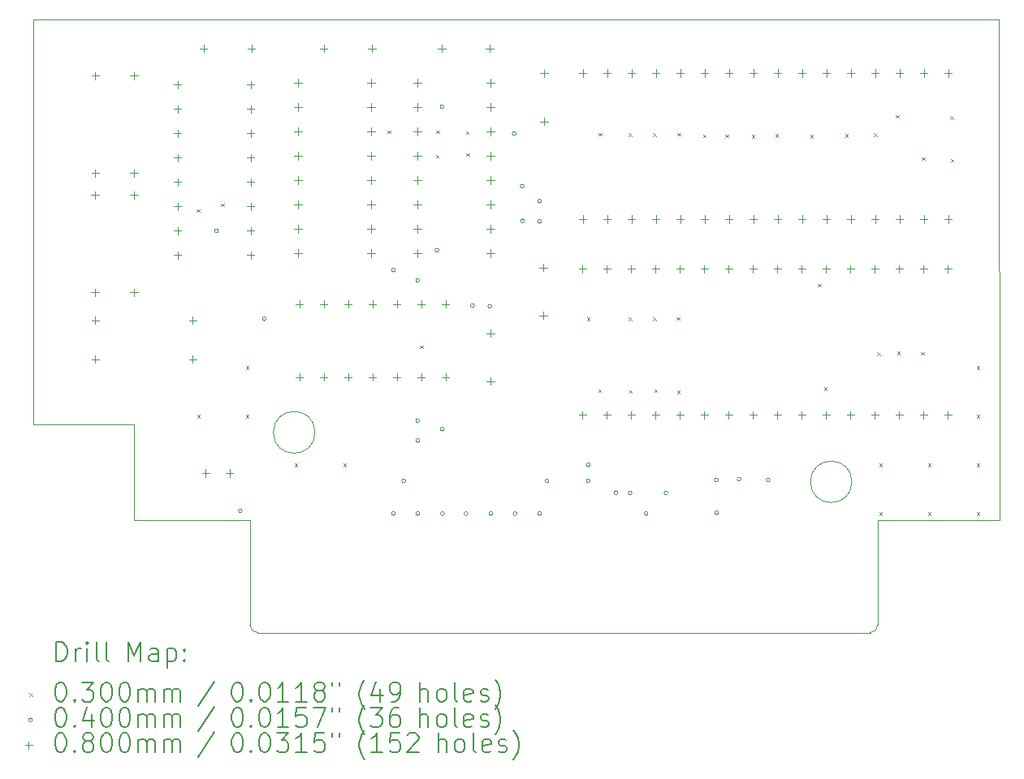
<source format=gbr>
%TF.GenerationSoftware,KiCad,Pcbnew,(7.0.0)*%
%TF.CreationDate,2023-03-31T15:07:01+09:00*%
%TF.ProjectId,project3,70726f6a-6563-4743-932e-6b696361645f,rev?*%
%TF.SameCoordinates,Original*%
%TF.FileFunction,Drillmap*%
%TF.FilePolarity,Positive*%
%FSLAX45Y45*%
G04 Gerber Fmt 4.5, Leading zero omitted, Abs format (unit mm)*
G04 Created by KiCad (PCBNEW (7.0.0)) date 2023-03-31 15:07:01*
%MOMM*%
%LPD*%
G01*
G04 APERTURE LIST*
%ADD10C,0.100000*%
%ADD11C,0.200000*%
%ADD12C,0.030000*%
%ADD13C,0.040000*%
%ADD14C,0.080000*%
G04 APERTURE END LIST*
D10*
X9993847Y-11753266D02*
X11204471Y-11752841D01*
X11204471Y-11752841D02*
X11205321Y-12847243D01*
X11205322Y-12847243D02*
G75*
G03*
X11285366Y-12927099I80468J613D01*
G01*
X11883476Y-10836233D02*
G75*
G03*
X11883476Y-10836233I-217619J0D01*
G01*
X17480707Y-11352404D02*
G75*
G03*
X17480707Y-11352404I-215965J0D01*
G01*
X11285366Y-12927099D02*
X17671660Y-12925943D01*
X8941780Y-6524402D02*
X8942576Y-10753414D01*
X8942576Y-10753414D02*
X9992997Y-10752776D01*
X17749295Y-12846606D02*
X17748448Y-11754753D01*
X19016546Y-6532609D02*
X8941780Y-6524402D01*
X17671660Y-12925947D02*
G75*
G03*
X17749295Y-12846606I-1720J79337D01*
G01*
X19017704Y-11754275D02*
X19016546Y-6532609D01*
X9992997Y-10752776D02*
X9993847Y-11753266D01*
X17748448Y-11754753D02*
X19017704Y-11754275D01*
D11*
D12*
X10649232Y-8506072D02*
X10679232Y-8536072D01*
X10679232Y-8506072D02*
X10649232Y-8536072D01*
X10653000Y-10653000D02*
X10683000Y-10683000D01*
X10683000Y-10653000D02*
X10653000Y-10683000D01*
X10901697Y-8447108D02*
X10931697Y-8477108D01*
X10931697Y-8447108D02*
X10901697Y-8477108D01*
X11161000Y-10145000D02*
X11191000Y-10175000D01*
X11191000Y-10145000D02*
X11161000Y-10175000D01*
X11161000Y-10653000D02*
X11191000Y-10683000D01*
X11191000Y-10653000D02*
X11161000Y-10683000D01*
X11669000Y-11161000D02*
X11699000Y-11191000D01*
X11699000Y-11161000D02*
X11669000Y-11191000D01*
X12177000Y-11161000D02*
X12207000Y-11191000D01*
X12207000Y-11161000D02*
X12177000Y-11191000D01*
X12637131Y-7687201D02*
X12667131Y-7717201D01*
X12667131Y-7687201D02*
X12637131Y-7717201D01*
X12976786Y-9930914D02*
X13006786Y-9960914D01*
X13006786Y-9930914D02*
X12976786Y-9960914D01*
X13143316Y-7938968D02*
X13173316Y-7968968D01*
X13173316Y-7938968D02*
X13143316Y-7968968D01*
X13148969Y-7686503D02*
X13178969Y-7716503D01*
X13178969Y-7686503D02*
X13148969Y-7716503D01*
X13454187Y-7695924D02*
X13484187Y-7725924D01*
X13484187Y-7695924D02*
X13454187Y-7725924D01*
X13461724Y-7923896D02*
X13491724Y-7953896D01*
X13491724Y-7923896D02*
X13461724Y-7953896D01*
X14717000Y-9637000D02*
X14747000Y-9667000D01*
X14747000Y-9637000D02*
X14717000Y-9667000D01*
X14834998Y-10385463D02*
X14864998Y-10415463D01*
X14864998Y-10385463D02*
X14834998Y-10415463D01*
X14840685Y-7711694D02*
X14870685Y-7741694D01*
X14870685Y-7711694D02*
X14840685Y-7741694D01*
X15152149Y-9637000D02*
X15182149Y-9667000D01*
X15182149Y-9637000D02*
X15152149Y-9667000D01*
X15154382Y-7717346D02*
X15184382Y-7747346D01*
X15184382Y-7717346D02*
X15154382Y-7747346D01*
X15157174Y-10396767D02*
X15187174Y-10426767D01*
X15187174Y-10396767D02*
X15157174Y-10426767D01*
X15407056Y-9636302D02*
X15437056Y-9666302D01*
X15437056Y-9636302D02*
X15407056Y-9666302D01*
X15408731Y-7714520D02*
X15438731Y-7744520D01*
X15438731Y-7714520D02*
X15408731Y-7744520D01*
X15419059Y-10385463D02*
X15449059Y-10415463D01*
X15449059Y-10385463D02*
X15419059Y-10415463D01*
X15651985Y-9634418D02*
X15681985Y-9664418D01*
X15681985Y-9634418D02*
X15651985Y-9664418D01*
X15658335Y-10398651D02*
X15688335Y-10428651D01*
X15688335Y-10398651D02*
X15658335Y-10428651D01*
X15659539Y-7712427D02*
X15689539Y-7742427D01*
X15689539Y-7712427D02*
X15659539Y-7742427D01*
X15926605Y-7729383D02*
X15956605Y-7759383D01*
X15956605Y-7729383D02*
X15926605Y-7759383D01*
X16159758Y-7729383D02*
X16189758Y-7759383D01*
X16189758Y-7729383D02*
X16159758Y-7759383D01*
X16435303Y-7733622D02*
X16465303Y-7763622D01*
X16465303Y-7733622D02*
X16435303Y-7763622D01*
X16681174Y-7725144D02*
X16711174Y-7755144D01*
X16711174Y-7725144D02*
X16681174Y-7755144D01*
X17045740Y-7733622D02*
X17075740Y-7763622D01*
X17075740Y-7733622D02*
X17045740Y-7763622D01*
X17127209Y-9287750D02*
X17157209Y-9317750D01*
X17157209Y-9287750D02*
X17127209Y-9317750D01*
X17189174Y-10364738D02*
X17219174Y-10394738D01*
X17219174Y-10364738D02*
X17189174Y-10394738D01*
X17410307Y-7725144D02*
X17440307Y-7755144D01*
X17440307Y-7725144D02*
X17410307Y-7755144D01*
X17711287Y-7716666D02*
X17741287Y-7746666D01*
X17741287Y-7716666D02*
X17711287Y-7746666D01*
X17744275Y-10003695D02*
X17774275Y-10033695D01*
X17774275Y-10003695D02*
X17744275Y-10033695D01*
X17765000Y-11161000D02*
X17795000Y-11191000D01*
X17795000Y-11161000D02*
X17765000Y-11191000D01*
X17765000Y-11669000D02*
X17795000Y-11699000D01*
X17795000Y-11669000D02*
X17765000Y-11699000D01*
X17940201Y-7525904D02*
X17970201Y-7555904D01*
X17970201Y-7525904D02*
X17940201Y-7555904D01*
X17951523Y-9994275D02*
X17981523Y-10024275D01*
X17981523Y-9994275D02*
X17951523Y-10024275D01*
X18202103Y-9996159D02*
X18232103Y-10026159D01*
X18232103Y-9996159D02*
X18202103Y-10026159D01*
X18209413Y-7964630D02*
X18239413Y-7994630D01*
X18239413Y-7964630D02*
X18209413Y-7994630D01*
X18273000Y-11161000D02*
X18303000Y-11191000D01*
X18303000Y-11161000D02*
X18273000Y-11191000D01*
X18273000Y-11669000D02*
X18303000Y-11699000D01*
X18303000Y-11669000D02*
X18273000Y-11699000D01*
X18504740Y-7539302D02*
X18534740Y-7569302D01*
X18534740Y-7539302D02*
X18504740Y-7569302D01*
X18510392Y-7982999D02*
X18540392Y-8012999D01*
X18540392Y-7982999D02*
X18510392Y-8012999D01*
X18781000Y-10145000D02*
X18811000Y-10175000D01*
X18811000Y-10145000D02*
X18781000Y-10175000D01*
X18781000Y-10653000D02*
X18811000Y-10683000D01*
X18811000Y-10653000D02*
X18781000Y-10683000D01*
X18781000Y-11161000D02*
X18811000Y-11191000D01*
X18811000Y-11161000D02*
X18781000Y-11191000D01*
X18781000Y-11669000D02*
X18811000Y-11699000D01*
X18811000Y-11669000D02*
X18781000Y-11699000D01*
D13*
X10875290Y-8733256D02*
G75*
G03*
X10875290Y-8733256I-20000J0D01*
G01*
X11124054Y-11653316D02*
G75*
G03*
X11124054Y-11653316I-20000J0D01*
G01*
X11372703Y-9652000D02*
G75*
G03*
X11372703Y-9652000I-20000J0D01*
G01*
X12720000Y-9144000D02*
G75*
G03*
X12720000Y-9144000I-20000J0D01*
G01*
X12720000Y-11684000D02*
G75*
G03*
X12720000Y-11684000I-20000J0D01*
G01*
X12827393Y-11342370D02*
G75*
G03*
X12827393Y-11342370I-20000J0D01*
G01*
X12974000Y-9250216D02*
G75*
G03*
X12974000Y-9250216I-20000J0D01*
G01*
X12974000Y-10714252D02*
G75*
G03*
X12974000Y-10714252I-20000J0D01*
G01*
X12974000Y-10922000D02*
G75*
G03*
X12974000Y-10922000I-20000J0D01*
G01*
X12974000Y-11684000D02*
G75*
G03*
X12974000Y-11684000I-20000J0D01*
G01*
X13173795Y-8934946D02*
G75*
G03*
X13173795Y-8934946I-20000J0D01*
G01*
X13228000Y-7439221D02*
G75*
G03*
X13228000Y-7439221I-20000J0D01*
G01*
X13228000Y-10803531D02*
G75*
G03*
X13228000Y-10803531I-20000J0D01*
G01*
X13232614Y-11684000D02*
G75*
G03*
X13232614Y-11684000I-20000J0D01*
G01*
X13476890Y-11684000D02*
G75*
G03*
X13476890Y-11684000I-20000J0D01*
G01*
X13544463Y-9513301D02*
G75*
G03*
X13544463Y-9513301I-20000J0D01*
G01*
X13725237Y-9520884D02*
G75*
G03*
X13725237Y-9520884I-20000J0D01*
G01*
X13736000Y-11684000D02*
G75*
G03*
X13736000Y-11684000I-20000J0D01*
G01*
X13980109Y-7719185D02*
G75*
G03*
X13980109Y-7719185I-20000J0D01*
G01*
X13988396Y-11684000D02*
G75*
G03*
X13988396Y-11684000I-20000J0D01*
G01*
X14063471Y-8270538D02*
G75*
G03*
X14063471Y-8270538I-20000J0D01*
G01*
X14065672Y-8629395D02*
G75*
G03*
X14065672Y-8629395I-20000J0D01*
G01*
X14243044Y-11684000D02*
G75*
G03*
X14243044Y-11684000I-20000J0D01*
G01*
X14244000Y-8636000D02*
G75*
G03*
X14244000Y-8636000I-20000J0D01*
G01*
X14244978Y-8423670D02*
G75*
G03*
X14244978Y-8423670I-20000J0D01*
G01*
X14320937Y-11342370D02*
G75*
G03*
X14320937Y-11342370I-20000J0D01*
G01*
X14752000Y-11176000D02*
G75*
G03*
X14752000Y-11176000I-20000J0D01*
G01*
X14752000Y-11340931D02*
G75*
G03*
X14752000Y-11340931I-20000J0D01*
G01*
X15041286Y-11465286D02*
G75*
G03*
X15041286Y-11465286I-20000J0D01*
G01*
X15188470Y-11469410D02*
G75*
G03*
X15188470Y-11469410I-20000J0D01*
G01*
X15355722Y-11682742D02*
G75*
G03*
X15355722Y-11682742I-20000J0D01*
G01*
X15561626Y-11468723D02*
G75*
G03*
X15561626Y-11468723I-20000J0D01*
G01*
X16087016Y-11333431D02*
G75*
G03*
X16087016Y-11333431I-20000J0D01*
G01*
X16090512Y-11673483D02*
G75*
G03*
X16090512Y-11673483I-20000J0D01*
G01*
X16323399Y-11323570D02*
G75*
G03*
X16323399Y-11323570I-20000J0D01*
G01*
X16627494Y-11332506D02*
G75*
G03*
X16627494Y-11332506I-20000J0D01*
G01*
D14*
X9589538Y-8321376D02*
X9589538Y-8401376D01*
X9549538Y-8361376D02*
X9629538Y-8361376D01*
X9589538Y-9337376D02*
X9589538Y-9417376D01*
X9549538Y-9377376D02*
X9629538Y-9377376D01*
X9591300Y-7076598D02*
X9591300Y-7156598D01*
X9551300Y-7116598D02*
X9631300Y-7116598D01*
X9591300Y-8092598D02*
X9591300Y-8172598D01*
X9551300Y-8132598D02*
X9631300Y-8132598D01*
X9591730Y-9627086D02*
X9591730Y-9707086D01*
X9551730Y-9667086D02*
X9631730Y-9667086D01*
X9591730Y-10032086D02*
X9591730Y-10112086D01*
X9551730Y-10072086D02*
X9631730Y-10072086D01*
X9994538Y-8321376D02*
X9994538Y-8401376D01*
X9954538Y-8361376D02*
X10034538Y-8361376D01*
X9994538Y-9337376D02*
X9994538Y-9417376D01*
X9954538Y-9377376D02*
X10034538Y-9377376D01*
X9996300Y-7076598D02*
X9996300Y-7156598D01*
X9956300Y-7116598D02*
X10036300Y-7116598D01*
X9996300Y-8092598D02*
X9996300Y-8172598D01*
X9956300Y-8132598D02*
X10036300Y-8132598D01*
X10450372Y-7169256D02*
X10450372Y-7249256D01*
X10410372Y-7209256D02*
X10490372Y-7209256D01*
X10450372Y-7423256D02*
X10450372Y-7503256D01*
X10410372Y-7463256D02*
X10490372Y-7463256D01*
X10450372Y-7677256D02*
X10450372Y-7757256D01*
X10410372Y-7717256D02*
X10490372Y-7717256D01*
X10450372Y-7931256D02*
X10450372Y-8011256D01*
X10410372Y-7971256D02*
X10490372Y-7971256D01*
X10450372Y-8185256D02*
X10450372Y-8265256D01*
X10410372Y-8225256D02*
X10490372Y-8225256D01*
X10450372Y-8439256D02*
X10450372Y-8519256D01*
X10410372Y-8479256D02*
X10490372Y-8479256D01*
X10450372Y-8693256D02*
X10450372Y-8773256D01*
X10410372Y-8733256D02*
X10490372Y-8733256D01*
X10450372Y-8947256D02*
X10450372Y-9027256D01*
X10410372Y-8987256D02*
X10490372Y-8987256D01*
X10607730Y-9627086D02*
X10607730Y-9707086D01*
X10567730Y-9667086D02*
X10647730Y-9667086D01*
X10607730Y-10032086D02*
X10607730Y-10112086D01*
X10567730Y-10072086D02*
X10647730Y-10072086D01*
X10720816Y-6789256D02*
X10720816Y-6869256D01*
X10680816Y-6829256D02*
X10760816Y-6829256D01*
X10742504Y-11222237D02*
X10742504Y-11302237D01*
X10702504Y-11262237D02*
X10782504Y-11262237D01*
X10992504Y-11222237D02*
X10992504Y-11302237D01*
X10952504Y-11262237D02*
X11032504Y-11262237D01*
X11212372Y-7169256D02*
X11212372Y-7249256D01*
X11172372Y-7209256D02*
X11252372Y-7209256D01*
X11212372Y-7423256D02*
X11212372Y-7503256D01*
X11172372Y-7463256D02*
X11252372Y-7463256D01*
X11212372Y-7677256D02*
X11212372Y-7757256D01*
X11172372Y-7717256D02*
X11252372Y-7717256D01*
X11212372Y-7931256D02*
X11212372Y-8011256D01*
X11172372Y-7971256D02*
X11252372Y-7971256D01*
X11212372Y-8185256D02*
X11212372Y-8265256D01*
X11172372Y-8225256D02*
X11252372Y-8225256D01*
X11212372Y-8439256D02*
X11212372Y-8519256D01*
X11172372Y-8479256D02*
X11252372Y-8479256D01*
X11212372Y-8693256D02*
X11212372Y-8773256D01*
X11172372Y-8733256D02*
X11252372Y-8733256D01*
X11212372Y-8947256D02*
X11212372Y-9027256D01*
X11172372Y-8987256D02*
X11252372Y-8987256D01*
X11220816Y-6789256D02*
X11220816Y-6869256D01*
X11180816Y-6829256D02*
X11260816Y-6829256D01*
X11704870Y-7149957D02*
X11704870Y-7229957D01*
X11664870Y-7189957D02*
X11744870Y-7189957D01*
X11704870Y-7403957D02*
X11704870Y-7483957D01*
X11664870Y-7443957D02*
X11744870Y-7443957D01*
X11704870Y-7657957D02*
X11704870Y-7737957D01*
X11664870Y-7697957D02*
X11744870Y-7697957D01*
X11704870Y-7911957D02*
X11704870Y-7991957D01*
X11664870Y-7951957D02*
X11744870Y-7951957D01*
X11704870Y-8165957D02*
X11704870Y-8245957D01*
X11664870Y-8205957D02*
X11744870Y-8205957D01*
X11704870Y-8419957D02*
X11704870Y-8499957D01*
X11664870Y-8459957D02*
X11744870Y-8459957D01*
X11704870Y-8673957D02*
X11704870Y-8753957D01*
X11664870Y-8713957D02*
X11744870Y-8713957D01*
X11704870Y-8927957D02*
X11704870Y-9007957D01*
X11664870Y-8967957D02*
X11744870Y-8967957D01*
X11720372Y-9457256D02*
X11720372Y-9537256D01*
X11680372Y-9497256D02*
X11760372Y-9497256D01*
X11720372Y-10219256D02*
X11720372Y-10299256D01*
X11680372Y-10259256D02*
X11760372Y-10259256D01*
X11974372Y-6789256D02*
X11974372Y-6869256D01*
X11934372Y-6829256D02*
X12014372Y-6829256D01*
X11974372Y-9457256D02*
X11974372Y-9537256D01*
X11934372Y-9497256D02*
X12014372Y-9497256D01*
X11974372Y-10219256D02*
X11974372Y-10299256D01*
X11934372Y-10259256D02*
X12014372Y-10259256D01*
X12228372Y-9457256D02*
X12228372Y-9537256D01*
X12188372Y-9497256D02*
X12268372Y-9497256D01*
X12228372Y-10219256D02*
X12228372Y-10299256D01*
X12188372Y-10259256D02*
X12268372Y-10259256D01*
X12466870Y-7149957D02*
X12466870Y-7229957D01*
X12426870Y-7189957D02*
X12506870Y-7189957D01*
X12466870Y-7403957D02*
X12466870Y-7483957D01*
X12426870Y-7443957D02*
X12506870Y-7443957D01*
X12466870Y-7657957D02*
X12466870Y-7737957D01*
X12426870Y-7697957D02*
X12506870Y-7697957D01*
X12466870Y-7911957D02*
X12466870Y-7991957D01*
X12426870Y-7951957D02*
X12506870Y-7951957D01*
X12466870Y-8165957D02*
X12466870Y-8245957D01*
X12426870Y-8205957D02*
X12506870Y-8205957D01*
X12466870Y-8419957D02*
X12466870Y-8499957D01*
X12426870Y-8459957D02*
X12506870Y-8459957D01*
X12466870Y-8673957D02*
X12466870Y-8753957D01*
X12426870Y-8713957D02*
X12506870Y-8713957D01*
X12466870Y-8927957D02*
X12466870Y-9007957D01*
X12426870Y-8967957D02*
X12506870Y-8967957D01*
X12474372Y-6789256D02*
X12474372Y-6869256D01*
X12434372Y-6829256D02*
X12514372Y-6829256D01*
X12482372Y-9457256D02*
X12482372Y-9537256D01*
X12442372Y-9497256D02*
X12522372Y-9497256D01*
X12482372Y-10219256D02*
X12482372Y-10299256D01*
X12442372Y-10259256D02*
X12522372Y-10259256D01*
X12736372Y-9457256D02*
X12736372Y-9537256D01*
X12696372Y-9497256D02*
X12776372Y-9497256D01*
X12736372Y-10219256D02*
X12736372Y-10299256D01*
X12696372Y-10259256D02*
X12776372Y-10259256D01*
X12951016Y-7148245D02*
X12951016Y-7228245D01*
X12911016Y-7188245D02*
X12991016Y-7188245D01*
X12951016Y-7402245D02*
X12951016Y-7482245D01*
X12911016Y-7442245D02*
X12991016Y-7442245D01*
X12951016Y-7656245D02*
X12951016Y-7736245D01*
X12911016Y-7696245D02*
X12991016Y-7696245D01*
X12951016Y-7910245D02*
X12951016Y-7990245D01*
X12911016Y-7950245D02*
X12991016Y-7950245D01*
X12951016Y-8164245D02*
X12951016Y-8244245D01*
X12911016Y-8204245D02*
X12991016Y-8204245D01*
X12951016Y-8418245D02*
X12951016Y-8498245D01*
X12911016Y-8458245D02*
X12991016Y-8458245D01*
X12951016Y-8672245D02*
X12951016Y-8752245D01*
X12911016Y-8712245D02*
X12991016Y-8712245D01*
X12951016Y-8926245D02*
X12951016Y-9006245D01*
X12911016Y-8966245D02*
X12991016Y-8966245D01*
X12990372Y-9457256D02*
X12990372Y-9537256D01*
X12950372Y-9497256D02*
X13030372Y-9497256D01*
X12990372Y-10219256D02*
X12990372Y-10299256D01*
X12950372Y-10259256D02*
X13030372Y-10259256D01*
X13205016Y-6789256D02*
X13205016Y-6869256D01*
X13165016Y-6829256D02*
X13245016Y-6829256D01*
X13244372Y-9457256D02*
X13244372Y-9537256D01*
X13204372Y-9497256D02*
X13284372Y-9497256D01*
X13244372Y-10219256D02*
X13244372Y-10299256D01*
X13204372Y-10259256D02*
X13284372Y-10259256D01*
X13705016Y-6789256D02*
X13705016Y-6869256D01*
X13665016Y-6829256D02*
X13745016Y-6829256D01*
X13713016Y-7148245D02*
X13713016Y-7228245D01*
X13673016Y-7188245D02*
X13753016Y-7188245D01*
X13713016Y-7402245D02*
X13713016Y-7482245D01*
X13673016Y-7442245D02*
X13753016Y-7442245D01*
X13713016Y-7656245D02*
X13713016Y-7736245D01*
X13673016Y-7696245D02*
X13753016Y-7696245D01*
X13713016Y-7910245D02*
X13713016Y-7990245D01*
X13673016Y-7950245D02*
X13753016Y-7950245D01*
X13713016Y-8164245D02*
X13713016Y-8244245D01*
X13673016Y-8204245D02*
X13753016Y-8204245D01*
X13713016Y-8418245D02*
X13713016Y-8498245D01*
X13673016Y-8458245D02*
X13753016Y-8458245D01*
X13713016Y-8672245D02*
X13713016Y-8752245D01*
X13673016Y-8712245D02*
X13753016Y-8712245D01*
X13713016Y-8926245D02*
X13713016Y-9006245D01*
X13673016Y-8966245D02*
X13753016Y-8966245D01*
X13713016Y-9761982D02*
X13713016Y-9841982D01*
X13673016Y-9801982D02*
X13753016Y-9801982D01*
X13713016Y-10261982D02*
X13713016Y-10341982D01*
X13673016Y-10301982D02*
X13753016Y-10301982D01*
X14264357Y-9075256D02*
X14264357Y-9155256D01*
X14224357Y-9115256D02*
X14304357Y-9115256D01*
X14264357Y-9575256D02*
X14264357Y-9655256D01*
X14224357Y-9615256D02*
X14304357Y-9615256D01*
X14272749Y-7051256D02*
X14272749Y-7131256D01*
X14232749Y-7091256D02*
X14312749Y-7091256D01*
X14272749Y-7551256D02*
X14272749Y-7631256D01*
X14232749Y-7591256D02*
X14312749Y-7591256D01*
X14671444Y-9091849D02*
X14671444Y-9171849D01*
X14631444Y-9131849D02*
X14711444Y-9131849D01*
X14671444Y-10615849D02*
X14671444Y-10695849D01*
X14631444Y-10655849D02*
X14711444Y-10655849D01*
X14673306Y-7046361D02*
X14673306Y-7126361D01*
X14633306Y-7086361D02*
X14713306Y-7086361D01*
X14673306Y-8570361D02*
X14673306Y-8650361D01*
X14633306Y-8610361D02*
X14713306Y-8610361D01*
X14925444Y-9091849D02*
X14925444Y-9171849D01*
X14885444Y-9131849D02*
X14965444Y-9131849D01*
X14925444Y-10615849D02*
X14925444Y-10695849D01*
X14885444Y-10655849D02*
X14965444Y-10655849D01*
X14927306Y-7046361D02*
X14927306Y-7126361D01*
X14887306Y-7086361D02*
X14967306Y-7086361D01*
X14927306Y-8570361D02*
X14927306Y-8650361D01*
X14887306Y-8610361D02*
X14967306Y-8610361D01*
X15179444Y-9091849D02*
X15179444Y-9171849D01*
X15139444Y-9131849D02*
X15219444Y-9131849D01*
X15179444Y-10615849D02*
X15179444Y-10695849D01*
X15139444Y-10655849D02*
X15219444Y-10655849D01*
X15181306Y-7046361D02*
X15181306Y-7126361D01*
X15141306Y-7086361D02*
X15221306Y-7086361D01*
X15181306Y-8570361D02*
X15181306Y-8650361D01*
X15141306Y-8610361D02*
X15221306Y-8610361D01*
X15433444Y-9091849D02*
X15433444Y-9171849D01*
X15393444Y-9131849D02*
X15473444Y-9131849D01*
X15433444Y-10615849D02*
X15433444Y-10695849D01*
X15393444Y-10655849D02*
X15473444Y-10655849D01*
X15435306Y-7046361D02*
X15435306Y-7126361D01*
X15395306Y-7086361D02*
X15475306Y-7086361D01*
X15435306Y-8570361D02*
X15435306Y-8650361D01*
X15395306Y-8610361D02*
X15475306Y-8610361D01*
X15687444Y-9091849D02*
X15687444Y-9171849D01*
X15647444Y-9131849D02*
X15727444Y-9131849D01*
X15687444Y-10615849D02*
X15687444Y-10695849D01*
X15647444Y-10655849D02*
X15727444Y-10655849D01*
X15689306Y-7046361D02*
X15689306Y-7126361D01*
X15649306Y-7086361D02*
X15729306Y-7086361D01*
X15689306Y-8570361D02*
X15689306Y-8650361D01*
X15649306Y-8610361D02*
X15729306Y-8610361D01*
X15941444Y-9091849D02*
X15941444Y-9171849D01*
X15901444Y-9131849D02*
X15981444Y-9131849D01*
X15941444Y-10615849D02*
X15941444Y-10695849D01*
X15901444Y-10655849D02*
X15981444Y-10655849D01*
X15943306Y-7046361D02*
X15943306Y-7126361D01*
X15903306Y-7086361D02*
X15983306Y-7086361D01*
X15943306Y-8570361D02*
X15943306Y-8650361D01*
X15903306Y-8610361D02*
X15983306Y-8610361D01*
X16195444Y-9091849D02*
X16195444Y-9171849D01*
X16155444Y-9131849D02*
X16235444Y-9131849D01*
X16195444Y-10615849D02*
X16195444Y-10695849D01*
X16155444Y-10655849D02*
X16235444Y-10655849D01*
X16197306Y-7046361D02*
X16197306Y-7126361D01*
X16157306Y-7086361D02*
X16237306Y-7086361D01*
X16197306Y-8570361D02*
X16197306Y-8650361D01*
X16157306Y-8610361D02*
X16237306Y-8610361D01*
X16449444Y-9091849D02*
X16449444Y-9171849D01*
X16409444Y-9131849D02*
X16489444Y-9131849D01*
X16449444Y-10615849D02*
X16449444Y-10695849D01*
X16409444Y-10655849D02*
X16489444Y-10655849D01*
X16451306Y-7046361D02*
X16451306Y-7126361D01*
X16411306Y-7086361D02*
X16491306Y-7086361D01*
X16451306Y-8570361D02*
X16451306Y-8650361D01*
X16411306Y-8610361D02*
X16491306Y-8610361D01*
X16703444Y-9091849D02*
X16703444Y-9171849D01*
X16663444Y-9131849D02*
X16743444Y-9131849D01*
X16703444Y-10615849D02*
X16703444Y-10695849D01*
X16663444Y-10655849D02*
X16743444Y-10655849D01*
X16705306Y-7046361D02*
X16705306Y-7126361D01*
X16665306Y-7086361D02*
X16745306Y-7086361D01*
X16705306Y-8570361D02*
X16705306Y-8650361D01*
X16665306Y-8610361D02*
X16745306Y-8610361D01*
X16957444Y-9091849D02*
X16957444Y-9171849D01*
X16917444Y-9131849D02*
X16997444Y-9131849D01*
X16957444Y-10615849D02*
X16957444Y-10695849D01*
X16917444Y-10655849D02*
X16997444Y-10655849D01*
X16959306Y-7046361D02*
X16959306Y-7126361D01*
X16919306Y-7086361D02*
X16999306Y-7086361D01*
X16959306Y-8570361D02*
X16959306Y-8650361D01*
X16919306Y-8610361D02*
X16999306Y-8610361D01*
X17211444Y-9091849D02*
X17211444Y-9171849D01*
X17171444Y-9131849D02*
X17251444Y-9131849D01*
X17211444Y-10615849D02*
X17211444Y-10695849D01*
X17171444Y-10655849D02*
X17251444Y-10655849D01*
X17213306Y-7046361D02*
X17213306Y-7126361D01*
X17173306Y-7086361D02*
X17253306Y-7086361D01*
X17213306Y-8570361D02*
X17213306Y-8650361D01*
X17173306Y-8610361D02*
X17253306Y-8610361D01*
X17465444Y-9091849D02*
X17465444Y-9171849D01*
X17425444Y-9131849D02*
X17505444Y-9131849D01*
X17465444Y-10615849D02*
X17465444Y-10695849D01*
X17425444Y-10655849D02*
X17505444Y-10655849D01*
X17467306Y-7046361D02*
X17467306Y-7126361D01*
X17427306Y-7086361D02*
X17507306Y-7086361D01*
X17467306Y-8570361D02*
X17467306Y-8650361D01*
X17427306Y-8610361D02*
X17507306Y-8610361D01*
X17719444Y-9091849D02*
X17719444Y-9171849D01*
X17679444Y-9131849D02*
X17759444Y-9131849D01*
X17719444Y-10615849D02*
X17719444Y-10695849D01*
X17679444Y-10655849D02*
X17759444Y-10655849D01*
X17721306Y-7046361D02*
X17721306Y-7126361D01*
X17681306Y-7086361D02*
X17761306Y-7086361D01*
X17721306Y-8570361D02*
X17721306Y-8650361D01*
X17681306Y-8610361D02*
X17761306Y-8610361D01*
X17973444Y-9091849D02*
X17973444Y-9171849D01*
X17933444Y-9131849D02*
X18013444Y-9131849D01*
X17973444Y-10615849D02*
X17973444Y-10695849D01*
X17933444Y-10655849D02*
X18013444Y-10655849D01*
X17975306Y-7046361D02*
X17975306Y-7126361D01*
X17935306Y-7086361D02*
X18015306Y-7086361D01*
X17975306Y-8570361D02*
X17975306Y-8650361D01*
X17935306Y-8610361D02*
X18015306Y-8610361D01*
X18227444Y-9091849D02*
X18227444Y-9171849D01*
X18187444Y-9131849D02*
X18267444Y-9131849D01*
X18227444Y-10615849D02*
X18227444Y-10695849D01*
X18187444Y-10655849D02*
X18267444Y-10655849D01*
X18229306Y-7046361D02*
X18229306Y-7126361D01*
X18189306Y-7086361D02*
X18269306Y-7086361D01*
X18229306Y-8570361D02*
X18229306Y-8650361D01*
X18189306Y-8610361D02*
X18269306Y-8610361D01*
X18481444Y-9091849D02*
X18481444Y-9171849D01*
X18441444Y-9131849D02*
X18521444Y-9131849D01*
X18481444Y-10615849D02*
X18481444Y-10695849D01*
X18441444Y-10655849D02*
X18521444Y-10655849D01*
X18483306Y-7046361D02*
X18483306Y-7126361D01*
X18443306Y-7086361D02*
X18523306Y-7086361D01*
X18483306Y-8570361D02*
X18483306Y-8650361D01*
X18443306Y-8610361D02*
X18523306Y-8610361D01*
D11*
X9184399Y-13225575D02*
X9184399Y-13025575D01*
X9184399Y-13025575D02*
X9232018Y-13025575D01*
X9232018Y-13025575D02*
X9260589Y-13035099D01*
X9260589Y-13035099D02*
X9279637Y-13054147D01*
X9279637Y-13054147D02*
X9289160Y-13073194D01*
X9289160Y-13073194D02*
X9298684Y-13111289D01*
X9298684Y-13111289D02*
X9298684Y-13139861D01*
X9298684Y-13139861D02*
X9289160Y-13177956D01*
X9289160Y-13177956D02*
X9279637Y-13197004D01*
X9279637Y-13197004D02*
X9260589Y-13216051D01*
X9260589Y-13216051D02*
X9232018Y-13225575D01*
X9232018Y-13225575D02*
X9184399Y-13225575D01*
X9384399Y-13225575D02*
X9384399Y-13092242D01*
X9384399Y-13130337D02*
X9393922Y-13111289D01*
X9393922Y-13111289D02*
X9403446Y-13101766D01*
X9403446Y-13101766D02*
X9422494Y-13092242D01*
X9422494Y-13092242D02*
X9441541Y-13092242D01*
X9508208Y-13225575D02*
X9508208Y-13092242D01*
X9508208Y-13025575D02*
X9498684Y-13035099D01*
X9498684Y-13035099D02*
X9508208Y-13044623D01*
X9508208Y-13044623D02*
X9517732Y-13035099D01*
X9517732Y-13035099D02*
X9508208Y-13025575D01*
X9508208Y-13025575D02*
X9508208Y-13044623D01*
X9632018Y-13225575D02*
X9612970Y-13216051D01*
X9612970Y-13216051D02*
X9603446Y-13197004D01*
X9603446Y-13197004D02*
X9603446Y-13025575D01*
X9736779Y-13225575D02*
X9717732Y-13216051D01*
X9717732Y-13216051D02*
X9708208Y-13197004D01*
X9708208Y-13197004D02*
X9708208Y-13025575D01*
X9932970Y-13225575D02*
X9932970Y-13025575D01*
X9932970Y-13025575D02*
X9999637Y-13168432D01*
X9999637Y-13168432D02*
X10066303Y-13025575D01*
X10066303Y-13025575D02*
X10066303Y-13225575D01*
X10247256Y-13225575D02*
X10247256Y-13120813D01*
X10247256Y-13120813D02*
X10237732Y-13101766D01*
X10237732Y-13101766D02*
X10218684Y-13092242D01*
X10218684Y-13092242D02*
X10180589Y-13092242D01*
X10180589Y-13092242D02*
X10161541Y-13101766D01*
X10247256Y-13216051D02*
X10228208Y-13225575D01*
X10228208Y-13225575D02*
X10180589Y-13225575D01*
X10180589Y-13225575D02*
X10161541Y-13216051D01*
X10161541Y-13216051D02*
X10152018Y-13197004D01*
X10152018Y-13197004D02*
X10152018Y-13177956D01*
X10152018Y-13177956D02*
X10161541Y-13158909D01*
X10161541Y-13158909D02*
X10180589Y-13149385D01*
X10180589Y-13149385D02*
X10228208Y-13149385D01*
X10228208Y-13149385D02*
X10247256Y-13139861D01*
X10342494Y-13092242D02*
X10342494Y-13292242D01*
X10342494Y-13101766D02*
X10361541Y-13092242D01*
X10361541Y-13092242D02*
X10399637Y-13092242D01*
X10399637Y-13092242D02*
X10418684Y-13101766D01*
X10418684Y-13101766D02*
X10428208Y-13111289D01*
X10428208Y-13111289D02*
X10437732Y-13130337D01*
X10437732Y-13130337D02*
X10437732Y-13187480D01*
X10437732Y-13187480D02*
X10428208Y-13206528D01*
X10428208Y-13206528D02*
X10418684Y-13216051D01*
X10418684Y-13216051D02*
X10399637Y-13225575D01*
X10399637Y-13225575D02*
X10361541Y-13225575D01*
X10361541Y-13225575D02*
X10342494Y-13216051D01*
X10523446Y-13206528D02*
X10532970Y-13216051D01*
X10532970Y-13216051D02*
X10523446Y-13225575D01*
X10523446Y-13225575D02*
X10513922Y-13216051D01*
X10513922Y-13216051D02*
X10523446Y-13206528D01*
X10523446Y-13206528D02*
X10523446Y-13225575D01*
X10523446Y-13101766D02*
X10532970Y-13111289D01*
X10532970Y-13111289D02*
X10523446Y-13120813D01*
X10523446Y-13120813D02*
X10513922Y-13111289D01*
X10513922Y-13111289D02*
X10523446Y-13101766D01*
X10523446Y-13101766D02*
X10523446Y-13120813D01*
D12*
X8906780Y-13557099D02*
X8936780Y-13587099D01*
X8936780Y-13557099D02*
X8906780Y-13587099D01*
D11*
X9222494Y-13445575D02*
X9241541Y-13445575D01*
X9241541Y-13445575D02*
X9260589Y-13455099D01*
X9260589Y-13455099D02*
X9270113Y-13464623D01*
X9270113Y-13464623D02*
X9279637Y-13483670D01*
X9279637Y-13483670D02*
X9289160Y-13521766D01*
X9289160Y-13521766D02*
X9289160Y-13569385D01*
X9289160Y-13569385D02*
X9279637Y-13607480D01*
X9279637Y-13607480D02*
X9270113Y-13626528D01*
X9270113Y-13626528D02*
X9260589Y-13636051D01*
X9260589Y-13636051D02*
X9241541Y-13645575D01*
X9241541Y-13645575D02*
X9222494Y-13645575D01*
X9222494Y-13645575D02*
X9203446Y-13636051D01*
X9203446Y-13636051D02*
X9193922Y-13626528D01*
X9193922Y-13626528D02*
X9184399Y-13607480D01*
X9184399Y-13607480D02*
X9174875Y-13569385D01*
X9174875Y-13569385D02*
X9174875Y-13521766D01*
X9174875Y-13521766D02*
X9184399Y-13483670D01*
X9184399Y-13483670D02*
X9193922Y-13464623D01*
X9193922Y-13464623D02*
X9203446Y-13455099D01*
X9203446Y-13455099D02*
X9222494Y-13445575D01*
X9374875Y-13626528D02*
X9384399Y-13636051D01*
X9384399Y-13636051D02*
X9374875Y-13645575D01*
X9374875Y-13645575D02*
X9365351Y-13636051D01*
X9365351Y-13636051D02*
X9374875Y-13626528D01*
X9374875Y-13626528D02*
X9374875Y-13645575D01*
X9451065Y-13445575D02*
X9574875Y-13445575D01*
X9574875Y-13445575D02*
X9508208Y-13521766D01*
X9508208Y-13521766D02*
X9536780Y-13521766D01*
X9536780Y-13521766D02*
X9555827Y-13531289D01*
X9555827Y-13531289D02*
X9565351Y-13540813D01*
X9565351Y-13540813D02*
X9574875Y-13559861D01*
X9574875Y-13559861D02*
X9574875Y-13607480D01*
X9574875Y-13607480D02*
X9565351Y-13626528D01*
X9565351Y-13626528D02*
X9555827Y-13636051D01*
X9555827Y-13636051D02*
X9536780Y-13645575D01*
X9536780Y-13645575D02*
X9479637Y-13645575D01*
X9479637Y-13645575D02*
X9460589Y-13636051D01*
X9460589Y-13636051D02*
X9451065Y-13626528D01*
X9698684Y-13445575D02*
X9717732Y-13445575D01*
X9717732Y-13445575D02*
X9736780Y-13455099D01*
X9736780Y-13455099D02*
X9746303Y-13464623D01*
X9746303Y-13464623D02*
X9755827Y-13483670D01*
X9755827Y-13483670D02*
X9765351Y-13521766D01*
X9765351Y-13521766D02*
X9765351Y-13569385D01*
X9765351Y-13569385D02*
X9755827Y-13607480D01*
X9755827Y-13607480D02*
X9746303Y-13626528D01*
X9746303Y-13626528D02*
X9736780Y-13636051D01*
X9736780Y-13636051D02*
X9717732Y-13645575D01*
X9717732Y-13645575D02*
X9698684Y-13645575D01*
X9698684Y-13645575D02*
X9679637Y-13636051D01*
X9679637Y-13636051D02*
X9670113Y-13626528D01*
X9670113Y-13626528D02*
X9660589Y-13607480D01*
X9660589Y-13607480D02*
X9651065Y-13569385D01*
X9651065Y-13569385D02*
X9651065Y-13521766D01*
X9651065Y-13521766D02*
X9660589Y-13483670D01*
X9660589Y-13483670D02*
X9670113Y-13464623D01*
X9670113Y-13464623D02*
X9679637Y-13455099D01*
X9679637Y-13455099D02*
X9698684Y-13445575D01*
X9889160Y-13445575D02*
X9908208Y-13445575D01*
X9908208Y-13445575D02*
X9927256Y-13455099D01*
X9927256Y-13455099D02*
X9936780Y-13464623D01*
X9936780Y-13464623D02*
X9946303Y-13483670D01*
X9946303Y-13483670D02*
X9955827Y-13521766D01*
X9955827Y-13521766D02*
X9955827Y-13569385D01*
X9955827Y-13569385D02*
X9946303Y-13607480D01*
X9946303Y-13607480D02*
X9936780Y-13626528D01*
X9936780Y-13626528D02*
X9927256Y-13636051D01*
X9927256Y-13636051D02*
X9908208Y-13645575D01*
X9908208Y-13645575D02*
X9889160Y-13645575D01*
X9889160Y-13645575D02*
X9870113Y-13636051D01*
X9870113Y-13636051D02*
X9860589Y-13626528D01*
X9860589Y-13626528D02*
X9851065Y-13607480D01*
X9851065Y-13607480D02*
X9841541Y-13569385D01*
X9841541Y-13569385D02*
X9841541Y-13521766D01*
X9841541Y-13521766D02*
X9851065Y-13483670D01*
X9851065Y-13483670D02*
X9860589Y-13464623D01*
X9860589Y-13464623D02*
X9870113Y-13455099D01*
X9870113Y-13455099D02*
X9889160Y-13445575D01*
X10041541Y-13645575D02*
X10041541Y-13512242D01*
X10041541Y-13531289D02*
X10051065Y-13521766D01*
X10051065Y-13521766D02*
X10070113Y-13512242D01*
X10070113Y-13512242D02*
X10098684Y-13512242D01*
X10098684Y-13512242D02*
X10117732Y-13521766D01*
X10117732Y-13521766D02*
X10127256Y-13540813D01*
X10127256Y-13540813D02*
X10127256Y-13645575D01*
X10127256Y-13540813D02*
X10136780Y-13521766D01*
X10136780Y-13521766D02*
X10155827Y-13512242D01*
X10155827Y-13512242D02*
X10184399Y-13512242D01*
X10184399Y-13512242D02*
X10203446Y-13521766D01*
X10203446Y-13521766D02*
X10212970Y-13540813D01*
X10212970Y-13540813D02*
X10212970Y-13645575D01*
X10308208Y-13645575D02*
X10308208Y-13512242D01*
X10308208Y-13531289D02*
X10317732Y-13521766D01*
X10317732Y-13521766D02*
X10336780Y-13512242D01*
X10336780Y-13512242D02*
X10365351Y-13512242D01*
X10365351Y-13512242D02*
X10384399Y-13521766D01*
X10384399Y-13521766D02*
X10393922Y-13540813D01*
X10393922Y-13540813D02*
X10393922Y-13645575D01*
X10393922Y-13540813D02*
X10403446Y-13521766D01*
X10403446Y-13521766D02*
X10422494Y-13512242D01*
X10422494Y-13512242D02*
X10451065Y-13512242D01*
X10451065Y-13512242D02*
X10470113Y-13521766D01*
X10470113Y-13521766D02*
X10479637Y-13540813D01*
X10479637Y-13540813D02*
X10479637Y-13645575D01*
X10837732Y-13436051D02*
X10666303Y-13693194D01*
X11062494Y-13445575D02*
X11081542Y-13445575D01*
X11081542Y-13445575D02*
X11100589Y-13455099D01*
X11100589Y-13455099D02*
X11110113Y-13464623D01*
X11110113Y-13464623D02*
X11119637Y-13483670D01*
X11119637Y-13483670D02*
X11129161Y-13521766D01*
X11129161Y-13521766D02*
X11129161Y-13569385D01*
X11129161Y-13569385D02*
X11119637Y-13607480D01*
X11119637Y-13607480D02*
X11110113Y-13626528D01*
X11110113Y-13626528D02*
X11100589Y-13636051D01*
X11100589Y-13636051D02*
X11081542Y-13645575D01*
X11081542Y-13645575D02*
X11062494Y-13645575D01*
X11062494Y-13645575D02*
X11043446Y-13636051D01*
X11043446Y-13636051D02*
X11033922Y-13626528D01*
X11033922Y-13626528D02*
X11024399Y-13607480D01*
X11024399Y-13607480D02*
X11014875Y-13569385D01*
X11014875Y-13569385D02*
X11014875Y-13521766D01*
X11014875Y-13521766D02*
X11024399Y-13483670D01*
X11024399Y-13483670D02*
X11033922Y-13464623D01*
X11033922Y-13464623D02*
X11043446Y-13455099D01*
X11043446Y-13455099D02*
X11062494Y-13445575D01*
X11214875Y-13626528D02*
X11224399Y-13636051D01*
X11224399Y-13636051D02*
X11214875Y-13645575D01*
X11214875Y-13645575D02*
X11205351Y-13636051D01*
X11205351Y-13636051D02*
X11214875Y-13626528D01*
X11214875Y-13626528D02*
X11214875Y-13645575D01*
X11348208Y-13445575D02*
X11367256Y-13445575D01*
X11367256Y-13445575D02*
X11386303Y-13455099D01*
X11386303Y-13455099D02*
X11395827Y-13464623D01*
X11395827Y-13464623D02*
X11405351Y-13483670D01*
X11405351Y-13483670D02*
X11414875Y-13521766D01*
X11414875Y-13521766D02*
X11414875Y-13569385D01*
X11414875Y-13569385D02*
X11405351Y-13607480D01*
X11405351Y-13607480D02*
X11395827Y-13626528D01*
X11395827Y-13626528D02*
X11386303Y-13636051D01*
X11386303Y-13636051D02*
X11367256Y-13645575D01*
X11367256Y-13645575D02*
X11348208Y-13645575D01*
X11348208Y-13645575D02*
X11329160Y-13636051D01*
X11329160Y-13636051D02*
X11319637Y-13626528D01*
X11319637Y-13626528D02*
X11310113Y-13607480D01*
X11310113Y-13607480D02*
X11300589Y-13569385D01*
X11300589Y-13569385D02*
X11300589Y-13521766D01*
X11300589Y-13521766D02*
X11310113Y-13483670D01*
X11310113Y-13483670D02*
X11319637Y-13464623D01*
X11319637Y-13464623D02*
X11329160Y-13455099D01*
X11329160Y-13455099D02*
X11348208Y-13445575D01*
X11605351Y-13645575D02*
X11491065Y-13645575D01*
X11548208Y-13645575D02*
X11548208Y-13445575D01*
X11548208Y-13445575D02*
X11529160Y-13474147D01*
X11529160Y-13474147D02*
X11510113Y-13493194D01*
X11510113Y-13493194D02*
X11491065Y-13502718D01*
X11795827Y-13645575D02*
X11681541Y-13645575D01*
X11738684Y-13645575D02*
X11738684Y-13445575D01*
X11738684Y-13445575D02*
X11719637Y-13474147D01*
X11719637Y-13474147D02*
X11700589Y-13493194D01*
X11700589Y-13493194D02*
X11681541Y-13502718D01*
X11910113Y-13531289D02*
X11891065Y-13521766D01*
X11891065Y-13521766D02*
X11881541Y-13512242D01*
X11881541Y-13512242D02*
X11872018Y-13493194D01*
X11872018Y-13493194D02*
X11872018Y-13483670D01*
X11872018Y-13483670D02*
X11881541Y-13464623D01*
X11881541Y-13464623D02*
X11891065Y-13455099D01*
X11891065Y-13455099D02*
X11910113Y-13445575D01*
X11910113Y-13445575D02*
X11948208Y-13445575D01*
X11948208Y-13445575D02*
X11967256Y-13455099D01*
X11967256Y-13455099D02*
X11976780Y-13464623D01*
X11976780Y-13464623D02*
X11986303Y-13483670D01*
X11986303Y-13483670D02*
X11986303Y-13493194D01*
X11986303Y-13493194D02*
X11976780Y-13512242D01*
X11976780Y-13512242D02*
X11967256Y-13521766D01*
X11967256Y-13521766D02*
X11948208Y-13531289D01*
X11948208Y-13531289D02*
X11910113Y-13531289D01*
X11910113Y-13531289D02*
X11891065Y-13540813D01*
X11891065Y-13540813D02*
X11881541Y-13550337D01*
X11881541Y-13550337D02*
X11872018Y-13569385D01*
X11872018Y-13569385D02*
X11872018Y-13607480D01*
X11872018Y-13607480D02*
X11881541Y-13626528D01*
X11881541Y-13626528D02*
X11891065Y-13636051D01*
X11891065Y-13636051D02*
X11910113Y-13645575D01*
X11910113Y-13645575D02*
X11948208Y-13645575D01*
X11948208Y-13645575D02*
X11967256Y-13636051D01*
X11967256Y-13636051D02*
X11976780Y-13626528D01*
X11976780Y-13626528D02*
X11986303Y-13607480D01*
X11986303Y-13607480D02*
X11986303Y-13569385D01*
X11986303Y-13569385D02*
X11976780Y-13550337D01*
X11976780Y-13550337D02*
X11967256Y-13540813D01*
X11967256Y-13540813D02*
X11948208Y-13531289D01*
X12062494Y-13445575D02*
X12062494Y-13483670D01*
X12138684Y-13445575D02*
X12138684Y-13483670D01*
X12401542Y-13721766D02*
X12392018Y-13712242D01*
X12392018Y-13712242D02*
X12372970Y-13683670D01*
X12372970Y-13683670D02*
X12363446Y-13664623D01*
X12363446Y-13664623D02*
X12353922Y-13636051D01*
X12353922Y-13636051D02*
X12344399Y-13588432D01*
X12344399Y-13588432D02*
X12344399Y-13550337D01*
X12344399Y-13550337D02*
X12353922Y-13502718D01*
X12353922Y-13502718D02*
X12363446Y-13474147D01*
X12363446Y-13474147D02*
X12372970Y-13455099D01*
X12372970Y-13455099D02*
X12392018Y-13426528D01*
X12392018Y-13426528D02*
X12401542Y-13417004D01*
X12563446Y-13512242D02*
X12563446Y-13645575D01*
X12515827Y-13436051D02*
X12468208Y-13578909D01*
X12468208Y-13578909D02*
X12592018Y-13578909D01*
X12677732Y-13645575D02*
X12715827Y-13645575D01*
X12715827Y-13645575D02*
X12734875Y-13636051D01*
X12734875Y-13636051D02*
X12744399Y-13626528D01*
X12744399Y-13626528D02*
X12763446Y-13597956D01*
X12763446Y-13597956D02*
X12772970Y-13559861D01*
X12772970Y-13559861D02*
X12772970Y-13483670D01*
X12772970Y-13483670D02*
X12763446Y-13464623D01*
X12763446Y-13464623D02*
X12753922Y-13455099D01*
X12753922Y-13455099D02*
X12734875Y-13445575D01*
X12734875Y-13445575D02*
X12696780Y-13445575D01*
X12696780Y-13445575D02*
X12677732Y-13455099D01*
X12677732Y-13455099D02*
X12668208Y-13464623D01*
X12668208Y-13464623D02*
X12658684Y-13483670D01*
X12658684Y-13483670D02*
X12658684Y-13531289D01*
X12658684Y-13531289D02*
X12668208Y-13550337D01*
X12668208Y-13550337D02*
X12677732Y-13559861D01*
X12677732Y-13559861D02*
X12696780Y-13569385D01*
X12696780Y-13569385D02*
X12734875Y-13569385D01*
X12734875Y-13569385D02*
X12753922Y-13559861D01*
X12753922Y-13559861D02*
X12763446Y-13550337D01*
X12763446Y-13550337D02*
X12772970Y-13531289D01*
X12978684Y-13645575D02*
X12978684Y-13445575D01*
X13064399Y-13645575D02*
X13064399Y-13540813D01*
X13064399Y-13540813D02*
X13054875Y-13521766D01*
X13054875Y-13521766D02*
X13035827Y-13512242D01*
X13035827Y-13512242D02*
X13007256Y-13512242D01*
X13007256Y-13512242D02*
X12988208Y-13521766D01*
X12988208Y-13521766D02*
X12978684Y-13531289D01*
X13188208Y-13645575D02*
X13169161Y-13636051D01*
X13169161Y-13636051D02*
X13159637Y-13626528D01*
X13159637Y-13626528D02*
X13150113Y-13607480D01*
X13150113Y-13607480D02*
X13150113Y-13550337D01*
X13150113Y-13550337D02*
X13159637Y-13531289D01*
X13159637Y-13531289D02*
X13169161Y-13521766D01*
X13169161Y-13521766D02*
X13188208Y-13512242D01*
X13188208Y-13512242D02*
X13216780Y-13512242D01*
X13216780Y-13512242D02*
X13235827Y-13521766D01*
X13235827Y-13521766D02*
X13245351Y-13531289D01*
X13245351Y-13531289D02*
X13254875Y-13550337D01*
X13254875Y-13550337D02*
X13254875Y-13607480D01*
X13254875Y-13607480D02*
X13245351Y-13626528D01*
X13245351Y-13626528D02*
X13235827Y-13636051D01*
X13235827Y-13636051D02*
X13216780Y-13645575D01*
X13216780Y-13645575D02*
X13188208Y-13645575D01*
X13369161Y-13645575D02*
X13350113Y-13636051D01*
X13350113Y-13636051D02*
X13340589Y-13617004D01*
X13340589Y-13617004D02*
X13340589Y-13445575D01*
X13521542Y-13636051D02*
X13502494Y-13645575D01*
X13502494Y-13645575D02*
X13464399Y-13645575D01*
X13464399Y-13645575D02*
X13445351Y-13636051D01*
X13445351Y-13636051D02*
X13435827Y-13617004D01*
X13435827Y-13617004D02*
X13435827Y-13540813D01*
X13435827Y-13540813D02*
X13445351Y-13521766D01*
X13445351Y-13521766D02*
X13464399Y-13512242D01*
X13464399Y-13512242D02*
X13502494Y-13512242D01*
X13502494Y-13512242D02*
X13521542Y-13521766D01*
X13521542Y-13521766D02*
X13531065Y-13540813D01*
X13531065Y-13540813D02*
X13531065Y-13559861D01*
X13531065Y-13559861D02*
X13435827Y-13578909D01*
X13607256Y-13636051D02*
X13626303Y-13645575D01*
X13626303Y-13645575D02*
X13664399Y-13645575D01*
X13664399Y-13645575D02*
X13683446Y-13636051D01*
X13683446Y-13636051D02*
X13692970Y-13617004D01*
X13692970Y-13617004D02*
X13692970Y-13607480D01*
X13692970Y-13607480D02*
X13683446Y-13588432D01*
X13683446Y-13588432D02*
X13664399Y-13578909D01*
X13664399Y-13578909D02*
X13635827Y-13578909D01*
X13635827Y-13578909D02*
X13616780Y-13569385D01*
X13616780Y-13569385D02*
X13607256Y-13550337D01*
X13607256Y-13550337D02*
X13607256Y-13540813D01*
X13607256Y-13540813D02*
X13616780Y-13521766D01*
X13616780Y-13521766D02*
X13635827Y-13512242D01*
X13635827Y-13512242D02*
X13664399Y-13512242D01*
X13664399Y-13512242D02*
X13683446Y-13521766D01*
X13759637Y-13721766D02*
X13769161Y-13712242D01*
X13769161Y-13712242D02*
X13788208Y-13683670D01*
X13788208Y-13683670D02*
X13797732Y-13664623D01*
X13797732Y-13664623D02*
X13807256Y-13636051D01*
X13807256Y-13636051D02*
X13816780Y-13588432D01*
X13816780Y-13588432D02*
X13816780Y-13550337D01*
X13816780Y-13550337D02*
X13807256Y-13502718D01*
X13807256Y-13502718D02*
X13797732Y-13474147D01*
X13797732Y-13474147D02*
X13788208Y-13455099D01*
X13788208Y-13455099D02*
X13769161Y-13426528D01*
X13769161Y-13426528D02*
X13759637Y-13417004D01*
D13*
X8936780Y-13836099D02*
G75*
G03*
X8936780Y-13836099I-20000J0D01*
G01*
D11*
X9222494Y-13709575D02*
X9241541Y-13709575D01*
X9241541Y-13709575D02*
X9260589Y-13719099D01*
X9260589Y-13719099D02*
X9270113Y-13728623D01*
X9270113Y-13728623D02*
X9279637Y-13747670D01*
X9279637Y-13747670D02*
X9289160Y-13785766D01*
X9289160Y-13785766D02*
X9289160Y-13833385D01*
X9289160Y-13833385D02*
X9279637Y-13871480D01*
X9279637Y-13871480D02*
X9270113Y-13890528D01*
X9270113Y-13890528D02*
X9260589Y-13900051D01*
X9260589Y-13900051D02*
X9241541Y-13909575D01*
X9241541Y-13909575D02*
X9222494Y-13909575D01*
X9222494Y-13909575D02*
X9203446Y-13900051D01*
X9203446Y-13900051D02*
X9193922Y-13890528D01*
X9193922Y-13890528D02*
X9184399Y-13871480D01*
X9184399Y-13871480D02*
X9174875Y-13833385D01*
X9174875Y-13833385D02*
X9174875Y-13785766D01*
X9174875Y-13785766D02*
X9184399Y-13747670D01*
X9184399Y-13747670D02*
X9193922Y-13728623D01*
X9193922Y-13728623D02*
X9203446Y-13719099D01*
X9203446Y-13719099D02*
X9222494Y-13709575D01*
X9374875Y-13890528D02*
X9384399Y-13900051D01*
X9384399Y-13900051D02*
X9374875Y-13909575D01*
X9374875Y-13909575D02*
X9365351Y-13900051D01*
X9365351Y-13900051D02*
X9374875Y-13890528D01*
X9374875Y-13890528D02*
X9374875Y-13909575D01*
X9555827Y-13776242D02*
X9555827Y-13909575D01*
X9508208Y-13700051D02*
X9460589Y-13842909D01*
X9460589Y-13842909D02*
X9584399Y-13842909D01*
X9698684Y-13709575D02*
X9717732Y-13709575D01*
X9717732Y-13709575D02*
X9736780Y-13719099D01*
X9736780Y-13719099D02*
X9746303Y-13728623D01*
X9746303Y-13728623D02*
X9755827Y-13747670D01*
X9755827Y-13747670D02*
X9765351Y-13785766D01*
X9765351Y-13785766D02*
X9765351Y-13833385D01*
X9765351Y-13833385D02*
X9755827Y-13871480D01*
X9755827Y-13871480D02*
X9746303Y-13890528D01*
X9746303Y-13890528D02*
X9736780Y-13900051D01*
X9736780Y-13900051D02*
X9717732Y-13909575D01*
X9717732Y-13909575D02*
X9698684Y-13909575D01*
X9698684Y-13909575D02*
X9679637Y-13900051D01*
X9679637Y-13900051D02*
X9670113Y-13890528D01*
X9670113Y-13890528D02*
X9660589Y-13871480D01*
X9660589Y-13871480D02*
X9651065Y-13833385D01*
X9651065Y-13833385D02*
X9651065Y-13785766D01*
X9651065Y-13785766D02*
X9660589Y-13747670D01*
X9660589Y-13747670D02*
X9670113Y-13728623D01*
X9670113Y-13728623D02*
X9679637Y-13719099D01*
X9679637Y-13719099D02*
X9698684Y-13709575D01*
X9889160Y-13709575D02*
X9908208Y-13709575D01*
X9908208Y-13709575D02*
X9927256Y-13719099D01*
X9927256Y-13719099D02*
X9936780Y-13728623D01*
X9936780Y-13728623D02*
X9946303Y-13747670D01*
X9946303Y-13747670D02*
X9955827Y-13785766D01*
X9955827Y-13785766D02*
X9955827Y-13833385D01*
X9955827Y-13833385D02*
X9946303Y-13871480D01*
X9946303Y-13871480D02*
X9936780Y-13890528D01*
X9936780Y-13890528D02*
X9927256Y-13900051D01*
X9927256Y-13900051D02*
X9908208Y-13909575D01*
X9908208Y-13909575D02*
X9889160Y-13909575D01*
X9889160Y-13909575D02*
X9870113Y-13900051D01*
X9870113Y-13900051D02*
X9860589Y-13890528D01*
X9860589Y-13890528D02*
X9851065Y-13871480D01*
X9851065Y-13871480D02*
X9841541Y-13833385D01*
X9841541Y-13833385D02*
X9841541Y-13785766D01*
X9841541Y-13785766D02*
X9851065Y-13747670D01*
X9851065Y-13747670D02*
X9860589Y-13728623D01*
X9860589Y-13728623D02*
X9870113Y-13719099D01*
X9870113Y-13719099D02*
X9889160Y-13709575D01*
X10041541Y-13909575D02*
X10041541Y-13776242D01*
X10041541Y-13795289D02*
X10051065Y-13785766D01*
X10051065Y-13785766D02*
X10070113Y-13776242D01*
X10070113Y-13776242D02*
X10098684Y-13776242D01*
X10098684Y-13776242D02*
X10117732Y-13785766D01*
X10117732Y-13785766D02*
X10127256Y-13804813D01*
X10127256Y-13804813D02*
X10127256Y-13909575D01*
X10127256Y-13804813D02*
X10136780Y-13785766D01*
X10136780Y-13785766D02*
X10155827Y-13776242D01*
X10155827Y-13776242D02*
X10184399Y-13776242D01*
X10184399Y-13776242D02*
X10203446Y-13785766D01*
X10203446Y-13785766D02*
X10212970Y-13804813D01*
X10212970Y-13804813D02*
X10212970Y-13909575D01*
X10308208Y-13909575D02*
X10308208Y-13776242D01*
X10308208Y-13795289D02*
X10317732Y-13785766D01*
X10317732Y-13785766D02*
X10336780Y-13776242D01*
X10336780Y-13776242D02*
X10365351Y-13776242D01*
X10365351Y-13776242D02*
X10384399Y-13785766D01*
X10384399Y-13785766D02*
X10393922Y-13804813D01*
X10393922Y-13804813D02*
X10393922Y-13909575D01*
X10393922Y-13804813D02*
X10403446Y-13785766D01*
X10403446Y-13785766D02*
X10422494Y-13776242D01*
X10422494Y-13776242D02*
X10451065Y-13776242D01*
X10451065Y-13776242D02*
X10470113Y-13785766D01*
X10470113Y-13785766D02*
X10479637Y-13804813D01*
X10479637Y-13804813D02*
X10479637Y-13909575D01*
X10837732Y-13700051D02*
X10666303Y-13957194D01*
X11062494Y-13709575D02*
X11081542Y-13709575D01*
X11081542Y-13709575D02*
X11100589Y-13719099D01*
X11100589Y-13719099D02*
X11110113Y-13728623D01*
X11110113Y-13728623D02*
X11119637Y-13747670D01*
X11119637Y-13747670D02*
X11129161Y-13785766D01*
X11129161Y-13785766D02*
X11129161Y-13833385D01*
X11129161Y-13833385D02*
X11119637Y-13871480D01*
X11119637Y-13871480D02*
X11110113Y-13890528D01*
X11110113Y-13890528D02*
X11100589Y-13900051D01*
X11100589Y-13900051D02*
X11081542Y-13909575D01*
X11081542Y-13909575D02*
X11062494Y-13909575D01*
X11062494Y-13909575D02*
X11043446Y-13900051D01*
X11043446Y-13900051D02*
X11033922Y-13890528D01*
X11033922Y-13890528D02*
X11024399Y-13871480D01*
X11024399Y-13871480D02*
X11014875Y-13833385D01*
X11014875Y-13833385D02*
X11014875Y-13785766D01*
X11014875Y-13785766D02*
X11024399Y-13747670D01*
X11024399Y-13747670D02*
X11033922Y-13728623D01*
X11033922Y-13728623D02*
X11043446Y-13719099D01*
X11043446Y-13719099D02*
X11062494Y-13709575D01*
X11214875Y-13890528D02*
X11224399Y-13900051D01*
X11224399Y-13900051D02*
X11214875Y-13909575D01*
X11214875Y-13909575D02*
X11205351Y-13900051D01*
X11205351Y-13900051D02*
X11214875Y-13890528D01*
X11214875Y-13890528D02*
X11214875Y-13909575D01*
X11348208Y-13709575D02*
X11367256Y-13709575D01*
X11367256Y-13709575D02*
X11386303Y-13719099D01*
X11386303Y-13719099D02*
X11395827Y-13728623D01*
X11395827Y-13728623D02*
X11405351Y-13747670D01*
X11405351Y-13747670D02*
X11414875Y-13785766D01*
X11414875Y-13785766D02*
X11414875Y-13833385D01*
X11414875Y-13833385D02*
X11405351Y-13871480D01*
X11405351Y-13871480D02*
X11395827Y-13890528D01*
X11395827Y-13890528D02*
X11386303Y-13900051D01*
X11386303Y-13900051D02*
X11367256Y-13909575D01*
X11367256Y-13909575D02*
X11348208Y-13909575D01*
X11348208Y-13909575D02*
X11329160Y-13900051D01*
X11329160Y-13900051D02*
X11319637Y-13890528D01*
X11319637Y-13890528D02*
X11310113Y-13871480D01*
X11310113Y-13871480D02*
X11300589Y-13833385D01*
X11300589Y-13833385D02*
X11300589Y-13785766D01*
X11300589Y-13785766D02*
X11310113Y-13747670D01*
X11310113Y-13747670D02*
X11319637Y-13728623D01*
X11319637Y-13728623D02*
X11329160Y-13719099D01*
X11329160Y-13719099D02*
X11348208Y-13709575D01*
X11605351Y-13909575D02*
X11491065Y-13909575D01*
X11548208Y-13909575D02*
X11548208Y-13709575D01*
X11548208Y-13709575D02*
X11529160Y-13738147D01*
X11529160Y-13738147D02*
X11510113Y-13757194D01*
X11510113Y-13757194D02*
X11491065Y-13766718D01*
X11786303Y-13709575D02*
X11691065Y-13709575D01*
X11691065Y-13709575D02*
X11681541Y-13804813D01*
X11681541Y-13804813D02*
X11691065Y-13795289D01*
X11691065Y-13795289D02*
X11710113Y-13785766D01*
X11710113Y-13785766D02*
X11757732Y-13785766D01*
X11757732Y-13785766D02*
X11776780Y-13795289D01*
X11776780Y-13795289D02*
X11786303Y-13804813D01*
X11786303Y-13804813D02*
X11795827Y-13823861D01*
X11795827Y-13823861D02*
X11795827Y-13871480D01*
X11795827Y-13871480D02*
X11786303Y-13890528D01*
X11786303Y-13890528D02*
X11776780Y-13900051D01*
X11776780Y-13900051D02*
X11757732Y-13909575D01*
X11757732Y-13909575D02*
X11710113Y-13909575D01*
X11710113Y-13909575D02*
X11691065Y-13900051D01*
X11691065Y-13900051D02*
X11681541Y-13890528D01*
X11862494Y-13709575D02*
X11995827Y-13709575D01*
X11995827Y-13709575D02*
X11910113Y-13909575D01*
X12062494Y-13709575D02*
X12062494Y-13747670D01*
X12138684Y-13709575D02*
X12138684Y-13747670D01*
X12401542Y-13985766D02*
X12392018Y-13976242D01*
X12392018Y-13976242D02*
X12372970Y-13947670D01*
X12372970Y-13947670D02*
X12363446Y-13928623D01*
X12363446Y-13928623D02*
X12353922Y-13900051D01*
X12353922Y-13900051D02*
X12344399Y-13852432D01*
X12344399Y-13852432D02*
X12344399Y-13814337D01*
X12344399Y-13814337D02*
X12353922Y-13766718D01*
X12353922Y-13766718D02*
X12363446Y-13738147D01*
X12363446Y-13738147D02*
X12372970Y-13719099D01*
X12372970Y-13719099D02*
X12392018Y-13690528D01*
X12392018Y-13690528D02*
X12401542Y-13681004D01*
X12458684Y-13709575D02*
X12582494Y-13709575D01*
X12582494Y-13709575D02*
X12515827Y-13785766D01*
X12515827Y-13785766D02*
X12544399Y-13785766D01*
X12544399Y-13785766D02*
X12563446Y-13795289D01*
X12563446Y-13795289D02*
X12572970Y-13804813D01*
X12572970Y-13804813D02*
X12582494Y-13823861D01*
X12582494Y-13823861D02*
X12582494Y-13871480D01*
X12582494Y-13871480D02*
X12572970Y-13890528D01*
X12572970Y-13890528D02*
X12563446Y-13900051D01*
X12563446Y-13900051D02*
X12544399Y-13909575D01*
X12544399Y-13909575D02*
X12487256Y-13909575D01*
X12487256Y-13909575D02*
X12468208Y-13900051D01*
X12468208Y-13900051D02*
X12458684Y-13890528D01*
X12753922Y-13709575D02*
X12715827Y-13709575D01*
X12715827Y-13709575D02*
X12696780Y-13719099D01*
X12696780Y-13719099D02*
X12687256Y-13728623D01*
X12687256Y-13728623D02*
X12668208Y-13757194D01*
X12668208Y-13757194D02*
X12658684Y-13795289D01*
X12658684Y-13795289D02*
X12658684Y-13871480D01*
X12658684Y-13871480D02*
X12668208Y-13890528D01*
X12668208Y-13890528D02*
X12677732Y-13900051D01*
X12677732Y-13900051D02*
X12696780Y-13909575D01*
X12696780Y-13909575D02*
X12734875Y-13909575D01*
X12734875Y-13909575D02*
X12753922Y-13900051D01*
X12753922Y-13900051D02*
X12763446Y-13890528D01*
X12763446Y-13890528D02*
X12772970Y-13871480D01*
X12772970Y-13871480D02*
X12772970Y-13823861D01*
X12772970Y-13823861D02*
X12763446Y-13804813D01*
X12763446Y-13804813D02*
X12753922Y-13795289D01*
X12753922Y-13795289D02*
X12734875Y-13785766D01*
X12734875Y-13785766D02*
X12696780Y-13785766D01*
X12696780Y-13785766D02*
X12677732Y-13795289D01*
X12677732Y-13795289D02*
X12668208Y-13804813D01*
X12668208Y-13804813D02*
X12658684Y-13823861D01*
X12978684Y-13909575D02*
X12978684Y-13709575D01*
X13064399Y-13909575D02*
X13064399Y-13804813D01*
X13064399Y-13804813D02*
X13054875Y-13785766D01*
X13054875Y-13785766D02*
X13035827Y-13776242D01*
X13035827Y-13776242D02*
X13007256Y-13776242D01*
X13007256Y-13776242D02*
X12988208Y-13785766D01*
X12988208Y-13785766D02*
X12978684Y-13795289D01*
X13188208Y-13909575D02*
X13169161Y-13900051D01*
X13169161Y-13900051D02*
X13159637Y-13890528D01*
X13159637Y-13890528D02*
X13150113Y-13871480D01*
X13150113Y-13871480D02*
X13150113Y-13814337D01*
X13150113Y-13814337D02*
X13159637Y-13795289D01*
X13159637Y-13795289D02*
X13169161Y-13785766D01*
X13169161Y-13785766D02*
X13188208Y-13776242D01*
X13188208Y-13776242D02*
X13216780Y-13776242D01*
X13216780Y-13776242D02*
X13235827Y-13785766D01*
X13235827Y-13785766D02*
X13245351Y-13795289D01*
X13245351Y-13795289D02*
X13254875Y-13814337D01*
X13254875Y-13814337D02*
X13254875Y-13871480D01*
X13254875Y-13871480D02*
X13245351Y-13890528D01*
X13245351Y-13890528D02*
X13235827Y-13900051D01*
X13235827Y-13900051D02*
X13216780Y-13909575D01*
X13216780Y-13909575D02*
X13188208Y-13909575D01*
X13369161Y-13909575D02*
X13350113Y-13900051D01*
X13350113Y-13900051D02*
X13340589Y-13881004D01*
X13340589Y-13881004D02*
X13340589Y-13709575D01*
X13521542Y-13900051D02*
X13502494Y-13909575D01*
X13502494Y-13909575D02*
X13464399Y-13909575D01*
X13464399Y-13909575D02*
X13445351Y-13900051D01*
X13445351Y-13900051D02*
X13435827Y-13881004D01*
X13435827Y-13881004D02*
X13435827Y-13804813D01*
X13435827Y-13804813D02*
X13445351Y-13785766D01*
X13445351Y-13785766D02*
X13464399Y-13776242D01*
X13464399Y-13776242D02*
X13502494Y-13776242D01*
X13502494Y-13776242D02*
X13521542Y-13785766D01*
X13521542Y-13785766D02*
X13531065Y-13804813D01*
X13531065Y-13804813D02*
X13531065Y-13823861D01*
X13531065Y-13823861D02*
X13435827Y-13842909D01*
X13607256Y-13900051D02*
X13626303Y-13909575D01*
X13626303Y-13909575D02*
X13664399Y-13909575D01*
X13664399Y-13909575D02*
X13683446Y-13900051D01*
X13683446Y-13900051D02*
X13692970Y-13881004D01*
X13692970Y-13881004D02*
X13692970Y-13871480D01*
X13692970Y-13871480D02*
X13683446Y-13852432D01*
X13683446Y-13852432D02*
X13664399Y-13842909D01*
X13664399Y-13842909D02*
X13635827Y-13842909D01*
X13635827Y-13842909D02*
X13616780Y-13833385D01*
X13616780Y-13833385D02*
X13607256Y-13814337D01*
X13607256Y-13814337D02*
X13607256Y-13804813D01*
X13607256Y-13804813D02*
X13616780Y-13785766D01*
X13616780Y-13785766D02*
X13635827Y-13776242D01*
X13635827Y-13776242D02*
X13664399Y-13776242D01*
X13664399Y-13776242D02*
X13683446Y-13785766D01*
X13759637Y-13985766D02*
X13769161Y-13976242D01*
X13769161Y-13976242D02*
X13788208Y-13947670D01*
X13788208Y-13947670D02*
X13797732Y-13928623D01*
X13797732Y-13928623D02*
X13807256Y-13900051D01*
X13807256Y-13900051D02*
X13816780Y-13852432D01*
X13816780Y-13852432D02*
X13816780Y-13814337D01*
X13816780Y-13814337D02*
X13807256Y-13766718D01*
X13807256Y-13766718D02*
X13797732Y-13738147D01*
X13797732Y-13738147D02*
X13788208Y-13719099D01*
X13788208Y-13719099D02*
X13769161Y-13690528D01*
X13769161Y-13690528D02*
X13759637Y-13681004D01*
D14*
X8896780Y-14060099D02*
X8896780Y-14140099D01*
X8856780Y-14100099D02*
X8936780Y-14100099D01*
D11*
X9222494Y-13973575D02*
X9241541Y-13973575D01*
X9241541Y-13973575D02*
X9260589Y-13983099D01*
X9260589Y-13983099D02*
X9270113Y-13992623D01*
X9270113Y-13992623D02*
X9279637Y-14011670D01*
X9279637Y-14011670D02*
X9289160Y-14049766D01*
X9289160Y-14049766D02*
X9289160Y-14097385D01*
X9289160Y-14097385D02*
X9279637Y-14135480D01*
X9279637Y-14135480D02*
X9270113Y-14154528D01*
X9270113Y-14154528D02*
X9260589Y-14164051D01*
X9260589Y-14164051D02*
X9241541Y-14173575D01*
X9241541Y-14173575D02*
X9222494Y-14173575D01*
X9222494Y-14173575D02*
X9203446Y-14164051D01*
X9203446Y-14164051D02*
X9193922Y-14154528D01*
X9193922Y-14154528D02*
X9184399Y-14135480D01*
X9184399Y-14135480D02*
X9174875Y-14097385D01*
X9174875Y-14097385D02*
X9174875Y-14049766D01*
X9174875Y-14049766D02*
X9184399Y-14011670D01*
X9184399Y-14011670D02*
X9193922Y-13992623D01*
X9193922Y-13992623D02*
X9203446Y-13983099D01*
X9203446Y-13983099D02*
X9222494Y-13973575D01*
X9374875Y-14154528D02*
X9384399Y-14164051D01*
X9384399Y-14164051D02*
X9374875Y-14173575D01*
X9374875Y-14173575D02*
X9365351Y-14164051D01*
X9365351Y-14164051D02*
X9374875Y-14154528D01*
X9374875Y-14154528D02*
X9374875Y-14173575D01*
X9498684Y-14059289D02*
X9479637Y-14049766D01*
X9479637Y-14049766D02*
X9470113Y-14040242D01*
X9470113Y-14040242D02*
X9460589Y-14021194D01*
X9460589Y-14021194D02*
X9460589Y-14011670D01*
X9460589Y-14011670D02*
X9470113Y-13992623D01*
X9470113Y-13992623D02*
X9479637Y-13983099D01*
X9479637Y-13983099D02*
X9498684Y-13973575D01*
X9498684Y-13973575D02*
X9536780Y-13973575D01*
X9536780Y-13973575D02*
X9555827Y-13983099D01*
X9555827Y-13983099D02*
X9565351Y-13992623D01*
X9565351Y-13992623D02*
X9574875Y-14011670D01*
X9574875Y-14011670D02*
X9574875Y-14021194D01*
X9574875Y-14021194D02*
X9565351Y-14040242D01*
X9565351Y-14040242D02*
X9555827Y-14049766D01*
X9555827Y-14049766D02*
X9536780Y-14059289D01*
X9536780Y-14059289D02*
X9498684Y-14059289D01*
X9498684Y-14059289D02*
X9479637Y-14068813D01*
X9479637Y-14068813D02*
X9470113Y-14078337D01*
X9470113Y-14078337D02*
X9460589Y-14097385D01*
X9460589Y-14097385D02*
X9460589Y-14135480D01*
X9460589Y-14135480D02*
X9470113Y-14154528D01*
X9470113Y-14154528D02*
X9479637Y-14164051D01*
X9479637Y-14164051D02*
X9498684Y-14173575D01*
X9498684Y-14173575D02*
X9536780Y-14173575D01*
X9536780Y-14173575D02*
X9555827Y-14164051D01*
X9555827Y-14164051D02*
X9565351Y-14154528D01*
X9565351Y-14154528D02*
X9574875Y-14135480D01*
X9574875Y-14135480D02*
X9574875Y-14097385D01*
X9574875Y-14097385D02*
X9565351Y-14078337D01*
X9565351Y-14078337D02*
X9555827Y-14068813D01*
X9555827Y-14068813D02*
X9536780Y-14059289D01*
X9698684Y-13973575D02*
X9717732Y-13973575D01*
X9717732Y-13973575D02*
X9736780Y-13983099D01*
X9736780Y-13983099D02*
X9746303Y-13992623D01*
X9746303Y-13992623D02*
X9755827Y-14011670D01*
X9755827Y-14011670D02*
X9765351Y-14049766D01*
X9765351Y-14049766D02*
X9765351Y-14097385D01*
X9765351Y-14097385D02*
X9755827Y-14135480D01*
X9755827Y-14135480D02*
X9746303Y-14154528D01*
X9746303Y-14154528D02*
X9736780Y-14164051D01*
X9736780Y-14164051D02*
X9717732Y-14173575D01*
X9717732Y-14173575D02*
X9698684Y-14173575D01*
X9698684Y-14173575D02*
X9679637Y-14164051D01*
X9679637Y-14164051D02*
X9670113Y-14154528D01*
X9670113Y-14154528D02*
X9660589Y-14135480D01*
X9660589Y-14135480D02*
X9651065Y-14097385D01*
X9651065Y-14097385D02*
X9651065Y-14049766D01*
X9651065Y-14049766D02*
X9660589Y-14011670D01*
X9660589Y-14011670D02*
X9670113Y-13992623D01*
X9670113Y-13992623D02*
X9679637Y-13983099D01*
X9679637Y-13983099D02*
X9698684Y-13973575D01*
X9889160Y-13973575D02*
X9908208Y-13973575D01*
X9908208Y-13973575D02*
X9927256Y-13983099D01*
X9927256Y-13983099D02*
X9936780Y-13992623D01*
X9936780Y-13992623D02*
X9946303Y-14011670D01*
X9946303Y-14011670D02*
X9955827Y-14049766D01*
X9955827Y-14049766D02*
X9955827Y-14097385D01*
X9955827Y-14097385D02*
X9946303Y-14135480D01*
X9946303Y-14135480D02*
X9936780Y-14154528D01*
X9936780Y-14154528D02*
X9927256Y-14164051D01*
X9927256Y-14164051D02*
X9908208Y-14173575D01*
X9908208Y-14173575D02*
X9889160Y-14173575D01*
X9889160Y-14173575D02*
X9870113Y-14164051D01*
X9870113Y-14164051D02*
X9860589Y-14154528D01*
X9860589Y-14154528D02*
X9851065Y-14135480D01*
X9851065Y-14135480D02*
X9841541Y-14097385D01*
X9841541Y-14097385D02*
X9841541Y-14049766D01*
X9841541Y-14049766D02*
X9851065Y-14011670D01*
X9851065Y-14011670D02*
X9860589Y-13992623D01*
X9860589Y-13992623D02*
X9870113Y-13983099D01*
X9870113Y-13983099D02*
X9889160Y-13973575D01*
X10041541Y-14173575D02*
X10041541Y-14040242D01*
X10041541Y-14059289D02*
X10051065Y-14049766D01*
X10051065Y-14049766D02*
X10070113Y-14040242D01*
X10070113Y-14040242D02*
X10098684Y-14040242D01*
X10098684Y-14040242D02*
X10117732Y-14049766D01*
X10117732Y-14049766D02*
X10127256Y-14068813D01*
X10127256Y-14068813D02*
X10127256Y-14173575D01*
X10127256Y-14068813D02*
X10136780Y-14049766D01*
X10136780Y-14049766D02*
X10155827Y-14040242D01*
X10155827Y-14040242D02*
X10184399Y-14040242D01*
X10184399Y-14040242D02*
X10203446Y-14049766D01*
X10203446Y-14049766D02*
X10212970Y-14068813D01*
X10212970Y-14068813D02*
X10212970Y-14173575D01*
X10308208Y-14173575D02*
X10308208Y-14040242D01*
X10308208Y-14059289D02*
X10317732Y-14049766D01*
X10317732Y-14049766D02*
X10336780Y-14040242D01*
X10336780Y-14040242D02*
X10365351Y-14040242D01*
X10365351Y-14040242D02*
X10384399Y-14049766D01*
X10384399Y-14049766D02*
X10393922Y-14068813D01*
X10393922Y-14068813D02*
X10393922Y-14173575D01*
X10393922Y-14068813D02*
X10403446Y-14049766D01*
X10403446Y-14049766D02*
X10422494Y-14040242D01*
X10422494Y-14040242D02*
X10451065Y-14040242D01*
X10451065Y-14040242D02*
X10470113Y-14049766D01*
X10470113Y-14049766D02*
X10479637Y-14068813D01*
X10479637Y-14068813D02*
X10479637Y-14173575D01*
X10837732Y-13964051D02*
X10666303Y-14221194D01*
X11062494Y-13973575D02*
X11081542Y-13973575D01*
X11081542Y-13973575D02*
X11100589Y-13983099D01*
X11100589Y-13983099D02*
X11110113Y-13992623D01*
X11110113Y-13992623D02*
X11119637Y-14011670D01*
X11119637Y-14011670D02*
X11129161Y-14049766D01*
X11129161Y-14049766D02*
X11129161Y-14097385D01*
X11129161Y-14097385D02*
X11119637Y-14135480D01*
X11119637Y-14135480D02*
X11110113Y-14154528D01*
X11110113Y-14154528D02*
X11100589Y-14164051D01*
X11100589Y-14164051D02*
X11081542Y-14173575D01*
X11081542Y-14173575D02*
X11062494Y-14173575D01*
X11062494Y-14173575D02*
X11043446Y-14164051D01*
X11043446Y-14164051D02*
X11033922Y-14154528D01*
X11033922Y-14154528D02*
X11024399Y-14135480D01*
X11024399Y-14135480D02*
X11014875Y-14097385D01*
X11014875Y-14097385D02*
X11014875Y-14049766D01*
X11014875Y-14049766D02*
X11024399Y-14011670D01*
X11024399Y-14011670D02*
X11033922Y-13992623D01*
X11033922Y-13992623D02*
X11043446Y-13983099D01*
X11043446Y-13983099D02*
X11062494Y-13973575D01*
X11214875Y-14154528D02*
X11224399Y-14164051D01*
X11224399Y-14164051D02*
X11214875Y-14173575D01*
X11214875Y-14173575D02*
X11205351Y-14164051D01*
X11205351Y-14164051D02*
X11214875Y-14154528D01*
X11214875Y-14154528D02*
X11214875Y-14173575D01*
X11348208Y-13973575D02*
X11367256Y-13973575D01*
X11367256Y-13973575D02*
X11386303Y-13983099D01*
X11386303Y-13983099D02*
X11395827Y-13992623D01*
X11395827Y-13992623D02*
X11405351Y-14011670D01*
X11405351Y-14011670D02*
X11414875Y-14049766D01*
X11414875Y-14049766D02*
X11414875Y-14097385D01*
X11414875Y-14097385D02*
X11405351Y-14135480D01*
X11405351Y-14135480D02*
X11395827Y-14154528D01*
X11395827Y-14154528D02*
X11386303Y-14164051D01*
X11386303Y-14164051D02*
X11367256Y-14173575D01*
X11367256Y-14173575D02*
X11348208Y-14173575D01*
X11348208Y-14173575D02*
X11329160Y-14164051D01*
X11329160Y-14164051D02*
X11319637Y-14154528D01*
X11319637Y-14154528D02*
X11310113Y-14135480D01*
X11310113Y-14135480D02*
X11300589Y-14097385D01*
X11300589Y-14097385D02*
X11300589Y-14049766D01*
X11300589Y-14049766D02*
X11310113Y-14011670D01*
X11310113Y-14011670D02*
X11319637Y-13992623D01*
X11319637Y-13992623D02*
X11329160Y-13983099D01*
X11329160Y-13983099D02*
X11348208Y-13973575D01*
X11481541Y-13973575D02*
X11605351Y-13973575D01*
X11605351Y-13973575D02*
X11538684Y-14049766D01*
X11538684Y-14049766D02*
X11567256Y-14049766D01*
X11567256Y-14049766D02*
X11586303Y-14059289D01*
X11586303Y-14059289D02*
X11595827Y-14068813D01*
X11595827Y-14068813D02*
X11605351Y-14087861D01*
X11605351Y-14087861D02*
X11605351Y-14135480D01*
X11605351Y-14135480D02*
X11595827Y-14154528D01*
X11595827Y-14154528D02*
X11586303Y-14164051D01*
X11586303Y-14164051D02*
X11567256Y-14173575D01*
X11567256Y-14173575D02*
X11510113Y-14173575D01*
X11510113Y-14173575D02*
X11491065Y-14164051D01*
X11491065Y-14164051D02*
X11481541Y-14154528D01*
X11795827Y-14173575D02*
X11681541Y-14173575D01*
X11738684Y-14173575D02*
X11738684Y-13973575D01*
X11738684Y-13973575D02*
X11719637Y-14002147D01*
X11719637Y-14002147D02*
X11700589Y-14021194D01*
X11700589Y-14021194D02*
X11681541Y-14030718D01*
X11976780Y-13973575D02*
X11881541Y-13973575D01*
X11881541Y-13973575D02*
X11872018Y-14068813D01*
X11872018Y-14068813D02*
X11881541Y-14059289D01*
X11881541Y-14059289D02*
X11900589Y-14049766D01*
X11900589Y-14049766D02*
X11948208Y-14049766D01*
X11948208Y-14049766D02*
X11967256Y-14059289D01*
X11967256Y-14059289D02*
X11976780Y-14068813D01*
X11976780Y-14068813D02*
X11986303Y-14087861D01*
X11986303Y-14087861D02*
X11986303Y-14135480D01*
X11986303Y-14135480D02*
X11976780Y-14154528D01*
X11976780Y-14154528D02*
X11967256Y-14164051D01*
X11967256Y-14164051D02*
X11948208Y-14173575D01*
X11948208Y-14173575D02*
X11900589Y-14173575D01*
X11900589Y-14173575D02*
X11881541Y-14164051D01*
X11881541Y-14164051D02*
X11872018Y-14154528D01*
X12062494Y-13973575D02*
X12062494Y-14011670D01*
X12138684Y-13973575D02*
X12138684Y-14011670D01*
X12401542Y-14249766D02*
X12392018Y-14240242D01*
X12392018Y-14240242D02*
X12372970Y-14211670D01*
X12372970Y-14211670D02*
X12363446Y-14192623D01*
X12363446Y-14192623D02*
X12353922Y-14164051D01*
X12353922Y-14164051D02*
X12344399Y-14116432D01*
X12344399Y-14116432D02*
X12344399Y-14078337D01*
X12344399Y-14078337D02*
X12353922Y-14030718D01*
X12353922Y-14030718D02*
X12363446Y-14002147D01*
X12363446Y-14002147D02*
X12372970Y-13983099D01*
X12372970Y-13983099D02*
X12392018Y-13954528D01*
X12392018Y-13954528D02*
X12401542Y-13945004D01*
X12582494Y-14173575D02*
X12468208Y-14173575D01*
X12525351Y-14173575D02*
X12525351Y-13973575D01*
X12525351Y-13973575D02*
X12506303Y-14002147D01*
X12506303Y-14002147D02*
X12487256Y-14021194D01*
X12487256Y-14021194D02*
X12468208Y-14030718D01*
X12763446Y-13973575D02*
X12668208Y-13973575D01*
X12668208Y-13973575D02*
X12658684Y-14068813D01*
X12658684Y-14068813D02*
X12668208Y-14059289D01*
X12668208Y-14059289D02*
X12687256Y-14049766D01*
X12687256Y-14049766D02*
X12734875Y-14049766D01*
X12734875Y-14049766D02*
X12753922Y-14059289D01*
X12753922Y-14059289D02*
X12763446Y-14068813D01*
X12763446Y-14068813D02*
X12772970Y-14087861D01*
X12772970Y-14087861D02*
X12772970Y-14135480D01*
X12772970Y-14135480D02*
X12763446Y-14154528D01*
X12763446Y-14154528D02*
X12753922Y-14164051D01*
X12753922Y-14164051D02*
X12734875Y-14173575D01*
X12734875Y-14173575D02*
X12687256Y-14173575D01*
X12687256Y-14173575D02*
X12668208Y-14164051D01*
X12668208Y-14164051D02*
X12658684Y-14154528D01*
X12849161Y-13992623D02*
X12858684Y-13983099D01*
X12858684Y-13983099D02*
X12877732Y-13973575D01*
X12877732Y-13973575D02*
X12925351Y-13973575D01*
X12925351Y-13973575D02*
X12944399Y-13983099D01*
X12944399Y-13983099D02*
X12953922Y-13992623D01*
X12953922Y-13992623D02*
X12963446Y-14011670D01*
X12963446Y-14011670D02*
X12963446Y-14030718D01*
X12963446Y-14030718D02*
X12953922Y-14059289D01*
X12953922Y-14059289D02*
X12839637Y-14173575D01*
X12839637Y-14173575D02*
X12963446Y-14173575D01*
X13169161Y-14173575D02*
X13169161Y-13973575D01*
X13254875Y-14173575D02*
X13254875Y-14068813D01*
X13254875Y-14068813D02*
X13245351Y-14049766D01*
X13245351Y-14049766D02*
X13226303Y-14040242D01*
X13226303Y-14040242D02*
X13197732Y-14040242D01*
X13197732Y-14040242D02*
X13178684Y-14049766D01*
X13178684Y-14049766D02*
X13169161Y-14059289D01*
X13378684Y-14173575D02*
X13359637Y-14164051D01*
X13359637Y-14164051D02*
X13350113Y-14154528D01*
X13350113Y-14154528D02*
X13340589Y-14135480D01*
X13340589Y-14135480D02*
X13340589Y-14078337D01*
X13340589Y-14078337D02*
X13350113Y-14059289D01*
X13350113Y-14059289D02*
X13359637Y-14049766D01*
X13359637Y-14049766D02*
X13378684Y-14040242D01*
X13378684Y-14040242D02*
X13407256Y-14040242D01*
X13407256Y-14040242D02*
X13426303Y-14049766D01*
X13426303Y-14049766D02*
X13435827Y-14059289D01*
X13435827Y-14059289D02*
X13445351Y-14078337D01*
X13445351Y-14078337D02*
X13445351Y-14135480D01*
X13445351Y-14135480D02*
X13435827Y-14154528D01*
X13435827Y-14154528D02*
X13426303Y-14164051D01*
X13426303Y-14164051D02*
X13407256Y-14173575D01*
X13407256Y-14173575D02*
X13378684Y-14173575D01*
X13559637Y-14173575D02*
X13540589Y-14164051D01*
X13540589Y-14164051D02*
X13531065Y-14145004D01*
X13531065Y-14145004D02*
X13531065Y-13973575D01*
X13712018Y-14164051D02*
X13692970Y-14173575D01*
X13692970Y-14173575D02*
X13654875Y-14173575D01*
X13654875Y-14173575D02*
X13635827Y-14164051D01*
X13635827Y-14164051D02*
X13626303Y-14145004D01*
X13626303Y-14145004D02*
X13626303Y-14068813D01*
X13626303Y-14068813D02*
X13635827Y-14049766D01*
X13635827Y-14049766D02*
X13654875Y-14040242D01*
X13654875Y-14040242D02*
X13692970Y-14040242D01*
X13692970Y-14040242D02*
X13712018Y-14049766D01*
X13712018Y-14049766D02*
X13721542Y-14068813D01*
X13721542Y-14068813D02*
X13721542Y-14087861D01*
X13721542Y-14087861D02*
X13626303Y-14106909D01*
X13797732Y-14164051D02*
X13816780Y-14173575D01*
X13816780Y-14173575D02*
X13854875Y-14173575D01*
X13854875Y-14173575D02*
X13873923Y-14164051D01*
X13873923Y-14164051D02*
X13883446Y-14145004D01*
X13883446Y-14145004D02*
X13883446Y-14135480D01*
X13883446Y-14135480D02*
X13873923Y-14116432D01*
X13873923Y-14116432D02*
X13854875Y-14106909D01*
X13854875Y-14106909D02*
X13826303Y-14106909D01*
X13826303Y-14106909D02*
X13807256Y-14097385D01*
X13807256Y-14097385D02*
X13797732Y-14078337D01*
X13797732Y-14078337D02*
X13797732Y-14068813D01*
X13797732Y-14068813D02*
X13807256Y-14049766D01*
X13807256Y-14049766D02*
X13826303Y-14040242D01*
X13826303Y-14040242D02*
X13854875Y-14040242D01*
X13854875Y-14040242D02*
X13873923Y-14049766D01*
X13950113Y-14249766D02*
X13959637Y-14240242D01*
X13959637Y-14240242D02*
X13978684Y-14211670D01*
X13978684Y-14211670D02*
X13988208Y-14192623D01*
X13988208Y-14192623D02*
X13997732Y-14164051D01*
X13997732Y-14164051D02*
X14007256Y-14116432D01*
X14007256Y-14116432D02*
X14007256Y-14078337D01*
X14007256Y-14078337D02*
X13997732Y-14030718D01*
X13997732Y-14030718D02*
X13988208Y-14002147D01*
X13988208Y-14002147D02*
X13978684Y-13983099D01*
X13978684Y-13983099D02*
X13959637Y-13954528D01*
X13959637Y-13954528D02*
X13950113Y-13945004D01*
M02*

</source>
